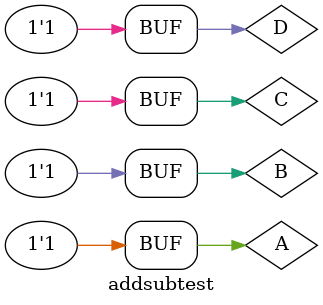
<source format=v>
`timescale 1ns / 1ps


module addsubtest;

	// Inputs
	reg A;
	reg B;
	reg C;
	reg D;

	// Outputs
	wire O1;
	wire O2;

	// Instantiate the Unit Under Test (UUT)
	ADDSUB uut (
		.A(A), 
		.B(B), 
		.C(C), 
		.D(D), 
		.O1(O1), 
		.O2(O2)
	);

	initial begin
		// Initialize Inputs
		A = 0;
		B = 0;
		C = 0;
		D = 0;

		// Wait 100 ns for global reset to finish
		#100;
      #100 A = 1;
		#100;
		B = 1;
		A = 0;
		#100 A = 1;
		#100;
		A = 0;
		B = 0;
		C = 1;
		#100 A = 1;
		#100;
		B = 1;
		A = 0;
		#100 A = 1;
		
		//sub
		#100;
		A = 0;
		B = 0;
		C = 0;
		D = 1;
		#100 A = 1;
		#100;
		B = 1;
		A = 0;
		#100 A = 1;
		#100;
		A = 0;
		B = 0;
		C = 1;
		#100 A = 1;
		#100;
		B = 1;
		A = 0;
		#100 A = 1;
		// Add stimulus here

	end
      
endmodule


</source>
